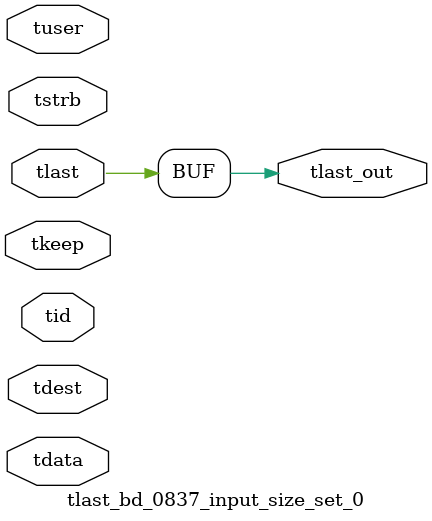
<source format=v>


`timescale 1ps/1ps

module tlast_bd_0837_input_size_set_0 #
(
parameter C_S_AXIS_TID_WIDTH   = 1,
parameter C_S_AXIS_TUSER_WIDTH = 0,
parameter C_S_AXIS_TDATA_WIDTH = 0,
parameter C_S_AXIS_TDEST_WIDTH = 0
)
(
input  [(C_S_AXIS_TID_WIDTH   == 0 ? 1 : C_S_AXIS_TID_WIDTH)-1:0       ] tid,
input  [(C_S_AXIS_TDATA_WIDTH == 0 ? 1 : C_S_AXIS_TDATA_WIDTH)-1:0     ] tdata,
input  [(C_S_AXIS_TUSER_WIDTH == 0 ? 1 : C_S_AXIS_TUSER_WIDTH)-1:0     ] tuser,
input  [(C_S_AXIS_TDEST_WIDTH == 0 ? 1 : C_S_AXIS_TDEST_WIDTH)-1:0     ] tdest,
input  [(C_S_AXIS_TDATA_WIDTH/8)-1:0 ] tkeep,
input  [(C_S_AXIS_TDATA_WIDTH/8)-1:0 ] tstrb,
input  [0:0]                                                             tlast,
output                                                                   tlast_out
);

assign tlast_out = {tlast};

endmodule


</source>
